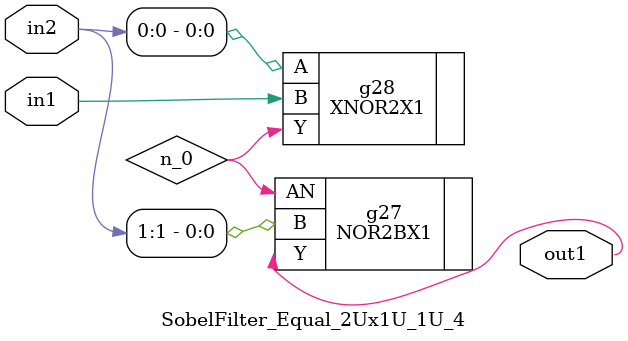
<source format=v>
`timescale 1ps / 1ps


module SobelFilter_Equal_2Ux1U_1U_4(in2, in1, out1);
  input [1:0] in2;
  input in1;
  output out1;
  wire [1:0] in2;
  wire in1;
  wire out1;
  wire n_0;
  NOR2BX1 g27(.AN (n_0), .B (in2[1]), .Y (out1));
  XNOR2X1 g28(.A (in2[0]), .B (in1), .Y (n_0));
endmodule



</source>
